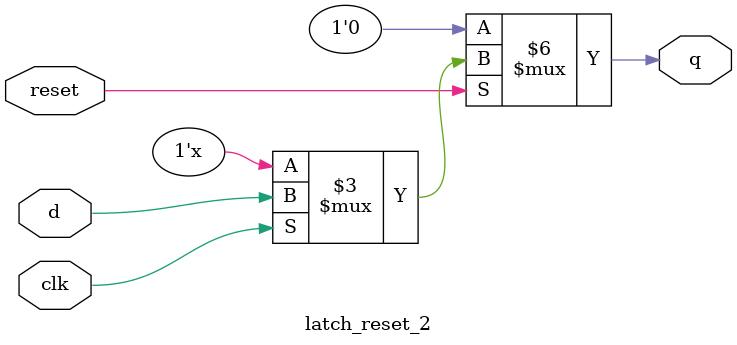
<source format=v>
`timescale 1ns / 1ps


 module latch_reset_2   
      (
        input  clk,reset,
         input  d,
        output  reg  q  
    );
      always @(clk,d,reset) 
        if(!reset)
          q <= 0;
else if(clk)
		  q <= d;
     endmodule


</source>
